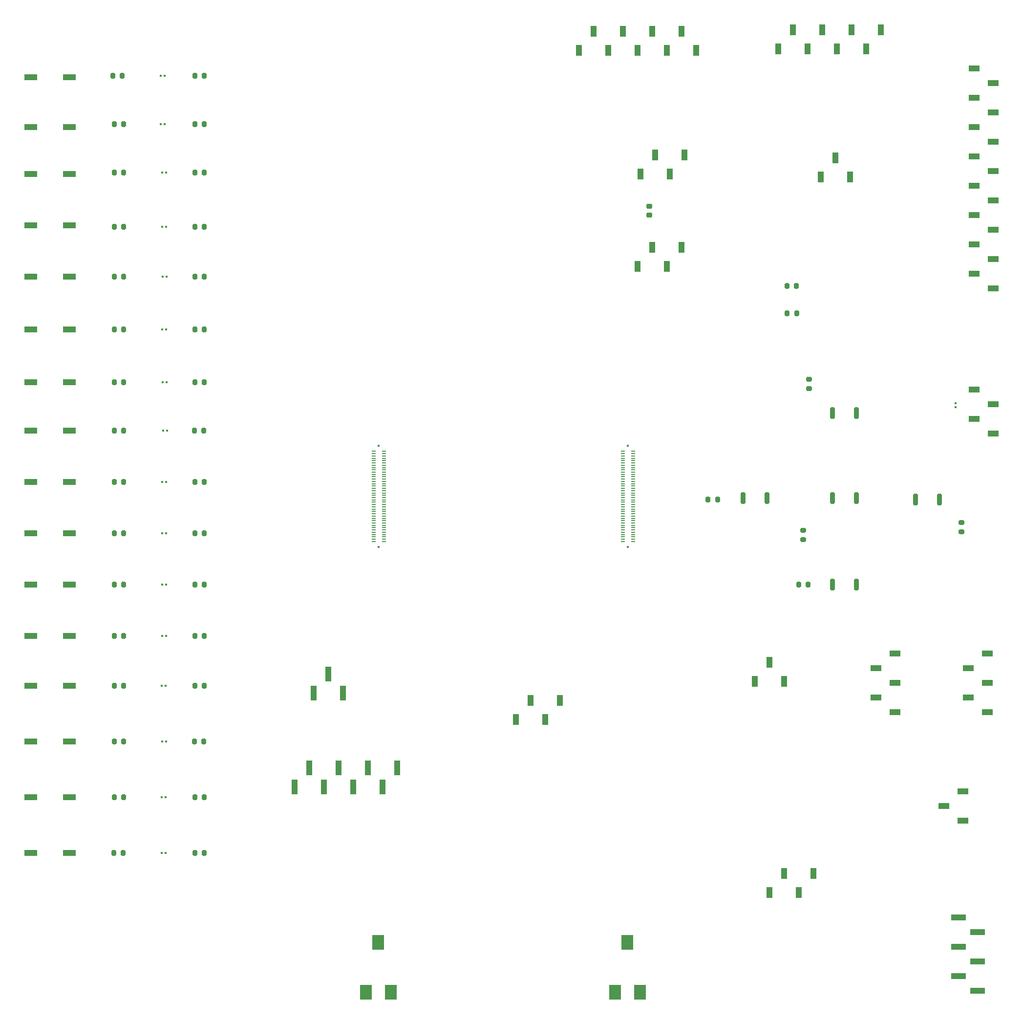
<source format=gbr>
%TF.GenerationSoftware,KiCad,Pcbnew,8.0.2*%
%TF.CreationDate,2025-02-12T15:49:00+05:00*%
%TF.ProjectId,kicad_pcb,6b696361-645f-4706-9362-2e6b69636164,rev?*%
%TF.SameCoordinates,Original*%
%TF.FileFunction,Paste,Top*%
%TF.FilePolarity,Positive*%
%FSLAX46Y46*%
G04 Gerber Fmt 4.6, Leading zero omitted, Abs format (unit mm)*
G04 Created by KiCad (PCBNEW 8.0.2) date 2025-02-12 15:49:00*
%MOMM*%
%LPD*%
G01*
G04 APERTURE LIST*
G04 Aperture macros list*
%AMRoundRect*
0 Rectangle with rounded corners*
0 $1 Rounding radius*
0 $2 $3 $4 $5 $6 $7 $8 $9 X,Y pos of 4 corners*
0 Add a 4 corners polygon primitive as box body*
4,1,4,$2,$3,$4,$5,$6,$7,$8,$9,$2,$3,0*
0 Add four circle primitives for the rounded corners*
1,1,$1+$1,$2,$3*
1,1,$1+$1,$4,$5*
1,1,$1+$1,$6,$7*
1,1,$1+$1,$8,$9*
0 Add four rect primitives between the rounded corners*
20,1,$1+$1,$2,$3,$4,$5,0*
20,1,$1+$1,$4,$5,$6,$7,0*
20,1,$1+$1,$6,$7,$8,$9,0*
20,1,$1+$1,$8,$9,$2,$3,0*%
G04 Aperture macros list end*
%ADD10RoundRect,0.200000X-0.200000X-0.275000X0.200000X-0.275000X0.200000X0.275000X-0.200000X0.275000X0*%
%ADD11R,1.000000X1.900000*%
%ADD12RoundRect,0.079500X-0.079500X-0.100500X0.079500X-0.100500X0.079500X0.100500X-0.079500X0.100500X0*%
%ADD13R,2.160000X1.120000*%
%ADD14RoundRect,0.200000X-0.200000X-0.800000X0.200000X-0.800000X0.200000X0.800000X-0.200000X0.800000X0*%
%ADD15RoundRect,0.200000X0.200000X0.275000X-0.200000X0.275000X-0.200000X-0.275000X0.200000X-0.275000X0*%
%ADD16RoundRect,0.200000X0.275000X-0.200000X0.275000X0.200000X-0.275000X0.200000X-0.275000X-0.200000X0*%
%ADD17R,2.000000X2.500000*%
%ADD18R,1.900000X1.000000*%
%ADD19RoundRect,0.200000X-0.275000X0.200000X-0.275000X-0.200000X0.275000X-0.200000X0.275000X0.200000X0*%
%ADD20RoundRect,0.079500X-0.100500X0.079500X-0.100500X-0.079500X0.100500X-0.079500X0.100500X0.079500X0*%
%ADD21R,0.660000X0.220000*%
%ADD22R,0.440000X0.350000*%
%ADD23R,1.000000X2.510000*%
%ADD24RoundRect,0.225000X-0.250000X0.225000X-0.250000X-0.225000X0.250000X-0.225000X0.250000X0.225000X0*%
%ADD25R,2.510000X1.000000*%
G04 APERTURE END LIST*
D10*
%TO.C,R46*%
X93663000Y-124206000D03*
X95313000Y-124206000D03*
%TD*%
%TO.C,R35*%
X93663000Y-43942000D03*
X95313000Y-43942000D03*
%TD*%
D11*
%TO.C,RFID1*%
X194818000Y-22478000D03*
X197358000Y-19178000D03*
X199898000Y-22478000D03*
X202438000Y-19178000D03*
X204978000Y-22478000D03*
X207518000Y-19178000D03*
X210058000Y-22478000D03*
X212598000Y-19178000D03*
%TD*%
%TO.C,PIEZO_VIBRATION_SENSOR1*%
X202184000Y-44704000D03*
X204724000Y-41404000D03*
X207264000Y-44704000D03*
%TD*%
D12*
%TO.C,LED_15*%
X87956000Y-152146000D03*
X88646000Y-152146000D03*
%TD*%
D13*
%TO.C,SW16*%
X65215000Y-161798000D03*
X71945000Y-161798000D03*
%TD*%
D14*
%TO.C,PUSH_BTN_5*%
X204148000Y-100330000D03*
X208348000Y-100330000D03*
%TD*%
D10*
%TO.C,R12*%
X196342000Y-68326000D03*
X197992000Y-68326000D03*
%TD*%
D12*
%TO.C,LED_5*%
X88113000Y-61976000D03*
X88803000Y-61976000D03*
%TD*%
D13*
%TO.C,SW13*%
X65215000Y-132842000D03*
X71945000Y-132842000D03*
%TD*%
D15*
%TO.C,R18*%
X81343000Y-80264000D03*
X79693000Y-80264000D03*
%TD*%
%TO.C,R26*%
X81343000Y-152146000D03*
X79693000Y-152146000D03*
%TD*%
D11*
%TO.C,ESP8266_BOT1*%
X178562000Y-40894000D03*
X176022000Y-44194000D03*
X173482000Y-40894000D03*
X170942000Y-44194000D03*
%TD*%
%TO.C,LORA_USED_PINS1*%
X160274000Y-22732000D03*
X162814000Y-19432000D03*
X165354000Y-22732000D03*
X167894000Y-19432000D03*
X170434000Y-22732000D03*
X172974000Y-19432000D03*
X175514000Y-22732000D03*
X178054000Y-19432000D03*
X180594000Y-22732000D03*
%TD*%
D15*
%TO.C,R16*%
X81343000Y-61976000D03*
X79693000Y-61976000D03*
%TD*%
%TO.C,R17*%
X81343000Y-71120000D03*
X79693000Y-71120000D03*
%TD*%
D13*
%TO.C,SW6*%
X65215000Y-71120000D03*
X71945000Y-71120000D03*
%TD*%
D16*
%TO.C,R30*%
X200152000Y-81343000D03*
X200152000Y-79693000D03*
%TD*%
D14*
%TO.C,PUSH_BTN_3*%
X204148000Y-85598000D03*
X208348000Y-85598000D03*
%TD*%
D12*
%TO.C,LED_12*%
X88047000Y-124206000D03*
X88737000Y-124206000D03*
%TD*%
D11*
%TO.C,PIR_MOTION_SENSOR1*%
X190754000Y-132080000D03*
X193294000Y-128780000D03*
X195834000Y-132080000D03*
%TD*%
D14*
%TO.C,PUSH_BTN_4*%
X204148000Y-115316000D03*
X208348000Y-115316000D03*
%TD*%
D17*
%TO.C,POT2*%
X170806000Y-185935000D03*
X168656000Y-177285000D03*
X166506000Y-185935000D03*
%TD*%
D12*
%TO.C,LED_9*%
X88047000Y-97536000D03*
X88737000Y-97536000D03*
%TD*%
D14*
%TO.C,PUSH_BTN_2*%
X218558000Y-100584000D03*
X222758000Y-100584000D03*
%TD*%
D18*
%TO.C,COLOR_SENSOR_DATA1*%
X215010000Y-137414000D03*
X211710000Y-134874000D03*
X215010000Y-132334000D03*
X211710000Y-129794000D03*
X215010000Y-127254000D03*
%TD*%
D13*
%TO.C,SW2*%
X65215000Y-36068000D03*
X71945000Y-36068000D03*
%TD*%
D15*
%TO.C,R22*%
X81343000Y-115316000D03*
X79693000Y-115316000D03*
%TD*%
D10*
%TO.C,R39*%
X93663000Y-61976000D03*
X95313000Y-61976000D03*
%TD*%
D19*
%TO.C,R32*%
X199136000Y-105855000D03*
X199136000Y-107505000D03*
%TD*%
D10*
%TO.C,R33*%
X93663000Y-27178000D03*
X95313000Y-27178000D03*
%TD*%
D20*
%TO.C,R37*%
X225552000Y-83892000D03*
X225552000Y-84582000D03*
%TD*%
D18*
%TO.C,BUZZER1*%
X226822000Y-156210000D03*
X223522000Y-153670000D03*
X226822000Y-151130000D03*
%TD*%
D10*
%TO.C,R50*%
X93663000Y-161798000D03*
X95313000Y-161798000D03*
%TD*%
%TO.C,R14*%
X196299000Y-63605000D03*
X197949000Y-63605000D03*
%TD*%
D21*
%TO.C,X_conns1*%
X124714000Y-92222000D03*
X126424000Y-92222000D03*
X124714000Y-92622000D03*
X126424000Y-92622000D03*
X124714000Y-93022000D03*
X126424000Y-93022000D03*
X124714000Y-93422000D03*
X126424000Y-93422000D03*
X124714000Y-93822000D03*
X126424000Y-93822000D03*
X124714000Y-94222000D03*
X126424000Y-94222000D03*
X124714000Y-94622000D03*
X126424000Y-94622000D03*
X124714000Y-95022000D03*
X126424000Y-95022000D03*
X124714000Y-95422000D03*
X126424000Y-95422000D03*
X124714000Y-95822000D03*
X126424000Y-95822000D03*
X124714000Y-96222000D03*
X126424000Y-96222000D03*
X124714000Y-96622000D03*
X126424000Y-96622000D03*
X124714000Y-97022000D03*
X126424000Y-97022000D03*
X124714000Y-97422000D03*
X126424000Y-97422000D03*
X124714000Y-97822000D03*
X126424000Y-97822000D03*
X124714000Y-98222000D03*
X126424000Y-98222000D03*
X124714000Y-98622000D03*
X126424000Y-98622000D03*
X124714000Y-99022000D03*
X126424000Y-99022000D03*
X124714000Y-99422000D03*
X126424000Y-99422000D03*
X124714000Y-99822000D03*
X126424000Y-99822000D03*
X124714000Y-100222000D03*
X126424000Y-100222000D03*
X124714000Y-100622000D03*
X126424000Y-100622000D03*
X124714000Y-101022000D03*
X126424000Y-101022000D03*
X124714000Y-101422000D03*
X126424000Y-101422000D03*
X124714000Y-101822000D03*
X126424000Y-101822000D03*
X124714000Y-102222000D03*
X126424000Y-102222000D03*
X124714000Y-102622000D03*
X126424000Y-102622000D03*
X124714000Y-103022000D03*
X126424000Y-103022000D03*
X124714000Y-103422000D03*
X126424000Y-103422000D03*
X124714000Y-103822000D03*
X126424000Y-103822000D03*
X124714000Y-104222000D03*
X126424000Y-104222000D03*
X124714000Y-104622000D03*
X126424000Y-104622000D03*
X124714000Y-105022000D03*
X126424000Y-105022000D03*
X124714000Y-105422000D03*
X126424000Y-105422000D03*
X124714000Y-105822000D03*
X126424000Y-105822000D03*
X124714000Y-106222000D03*
X126424000Y-106222000D03*
X124714000Y-106622000D03*
X126424000Y-106622000D03*
X124714000Y-107022000D03*
X126424000Y-107022000D03*
X124714000Y-107422000D03*
X126424000Y-107422000D03*
X124714000Y-107822000D03*
X126424000Y-107822000D03*
D22*
X125569000Y-91272000D03*
X125569000Y-108772000D03*
%TD*%
D15*
%TO.C,R31*%
X199961000Y-115316000D03*
X198311000Y-115316000D03*
%TD*%
D23*
%TO.C,MOISTURE_SENSOR1*%
X114300000Y-134120000D03*
X116840000Y-130810000D03*
X119380000Y-134120000D03*
%TD*%
D13*
%TO.C,SW5*%
X65215000Y-61976000D03*
X71945000Y-61976000D03*
%TD*%
D14*
%TO.C,PUSH_BTN_1*%
X188654000Y-100330000D03*
X192854000Y-100330000D03*
%TD*%
D10*
%TO.C,R38*%
X93663000Y-53340000D03*
X95313000Y-53340000D03*
%TD*%
D15*
%TO.C,R24*%
X81343000Y-132842000D03*
X79693000Y-132842000D03*
%TD*%
%TO.C,R21*%
X81343000Y-106426000D03*
X79693000Y-106426000D03*
%TD*%
D13*
%TO.C,SW15*%
X65215000Y-152146000D03*
X71945000Y-152146000D03*
%TD*%
D15*
%TO.C,R27*%
X81280000Y-161798000D03*
X79630000Y-161798000D03*
%TD*%
D24*
%TO.C,C5*%
X172466000Y-49771000D03*
X172466000Y-51321000D03*
%TD*%
D15*
%TO.C,R20*%
X81343000Y-97536000D03*
X79693000Y-97536000D03*
%TD*%
%TO.C,R28*%
X184276000Y-100584000D03*
X182626000Y-100584000D03*
%TD*%
D13*
%TO.C,SW11*%
X65215000Y-115316000D03*
X71945000Y-115316000D03*
%TD*%
D12*
%TO.C,LED_6*%
X87981000Y-71120000D03*
X88671000Y-71120000D03*
%TD*%
D13*
%TO.C,SW4*%
X65215000Y-53086000D03*
X71945000Y-53086000D03*
%TD*%
D18*
%TO.C,DHT22*%
X228728000Y-81534000D03*
X232028000Y-84074000D03*
X228728000Y-86614000D03*
X232028000Y-89154000D03*
%TD*%
D10*
%TO.C,R42*%
X93600000Y-88646000D03*
X95250000Y-88646000D03*
%TD*%
D19*
%TO.C,R29*%
X226568000Y-104522000D03*
X226568000Y-106172000D03*
%TD*%
D12*
%TO.C,LED_3*%
X87981000Y-43942000D03*
X88671000Y-43942000D03*
%TD*%
D13*
%TO.C,SW3*%
X65215000Y-44196000D03*
X71945000Y-44196000D03*
%TD*%
D15*
%TO.C,R25*%
X81343000Y-142494000D03*
X79693000Y-142494000D03*
%TD*%
D10*
%TO.C,R44*%
X93663000Y-106426000D03*
X95313000Y-106426000D03*
%TD*%
D12*
%TO.C,LED_1*%
X87793000Y-27178000D03*
X88483000Y-27178000D03*
%TD*%
D13*
%TO.C,SW9*%
X65215000Y-97536000D03*
X71945000Y-97536000D03*
%TD*%
%TO.C,SW10*%
X65215000Y-106426000D03*
X71945000Y-106426000D03*
%TD*%
D12*
%TO.C,LED_13*%
X87956000Y-132842000D03*
X88646000Y-132842000D03*
%TD*%
D15*
%TO.C,R15*%
X81343000Y-53340000D03*
X79693000Y-53340000D03*
%TD*%
D11*
%TO.C,MIC_MODULE1*%
X149352000Y-138684000D03*
X151892000Y-135384000D03*
X154432000Y-138684000D03*
X156972000Y-135384000D03*
%TD*%
%TO.C,ESP8266_TOP1*%
X178054000Y-56896000D03*
X175514000Y-60196000D03*
X172974000Y-56896000D03*
X170434000Y-60196000D03*
%TD*%
D15*
%TO.C,R3*%
X81343000Y-35560000D03*
X79693000Y-35560000D03*
%TD*%
%TO.C,R19*%
X81343000Y-88646000D03*
X79693000Y-88646000D03*
%TD*%
D10*
%TO.C,R40*%
X93663000Y-71120000D03*
X95313000Y-71120000D03*
%TD*%
D11*
%TO.C,OLED1*%
X193294000Y-168656000D03*
X195834000Y-165356000D03*
X198374000Y-168656000D03*
X200914000Y-165356000D03*
%TD*%
D10*
%TO.C,R43*%
X93663000Y-97536000D03*
X95313000Y-97536000D03*
%TD*%
D12*
%TO.C,LED_16*%
X87956000Y-161798000D03*
X88646000Y-161798000D03*
%TD*%
D10*
%TO.C,R49*%
X93663000Y-152146000D03*
X95313000Y-152146000D03*
%TD*%
%TO.C,R41*%
X93663000Y-80264000D03*
X95313000Y-80264000D03*
%TD*%
D17*
%TO.C,POT1*%
X127626000Y-185935000D03*
X125476000Y-177285000D03*
X123326000Y-185935000D03*
%TD*%
D15*
%TO.C,R1*%
X81089000Y-27178000D03*
X79439000Y-27178000D03*
%TD*%
%TO.C,R13*%
X81343000Y-43942000D03*
X79693000Y-43942000D03*
%TD*%
D10*
%TO.C,R47*%
X93663000Y-132842000D03*
X95313000Y-132842000D03*
%TD*%
D18*
%TO.C,COLOR_SENSOR_PWR1*%
X231012000Y-137414000D03*
X227712000Y-134874000D03*
X231012000Y-132334000D03*
X227712000Y-129794000D03*
X231012000Y-127254000D03*
%TD*%
D15*
%TO.C,R23*%
X81343000Y-124206000D03*
X79693000Y-124206000D03*
%TD*%
D25*
%TO.C,HC05_BLE1*%
X226052000Y-172974000D03*
X229362000Y-175514000D03*
X226052000Y-178054000D03*
X229362000Y-180594000D03*
X226052000Y-183134000D03*
X229362000Y-185674000D03*
%TD*%
D13*
%TO.C,SW8*%
X65215000Y-88646000D03*
X71945000Y-88646000D03*
%TD*%
D23*
%TO.C,KEYPAD1*%
X110998000Y-150376000D03*
X113538000Y-147066000D03*
X116078000Y-150376000D03*
X118618000Y-147066000D03*
X121158000Y-150376000D03*
X123698000Y-147066000D03*
X126238000Y-150376000D03*
X128778000Y-147066000D03*
%TD*%
D12*
%TO.C,LED_11*%
X88047000Y-115316000D03*
X88737000Y-115316000D03*
%TD*%
D10*
%TO.C,R34*%
X93663000Y-35560000D03*
X95313000Y-35560000D03*
%TD*%
D12*
%TO.C,LED_2*%
X87793000Y-35560000D03*
X88483000Y-35560000D03*
%TD*%
%TO.C,LED_7*%
X88119000Y-80264000D03*
X88809000Y-80264000D03*
%TD*%
%TO.C,LED_10*%
X88047000Y-106426000D03*
X88737000Y-106426000D03*
%TD*%
D21*
%TO.C,Y_conns1*%
X169604000Y-107822000D03*
X167894000Y-107822000D03*
X169604000Y-107422000D03*
X167894000Y-107422000D03*
X169604000Y-107022000D03*
X167894000Y-107022000D03*
X169604000Y-106622000D03*
X167894000Y-106622000D03*
X169604000Y-106222000D03*
X167894000Y-106222000D03*
X169604000Y-105822000D03*
X167894000Y-105822000D03*
X169604000Y-105422000D03*
X167894000Y-105422000D03*
X169604000Y-105022000D03*
X167894000Y-105022000D03*
X169604000Y-104622000D03*
X167894000Y-104622000D03*
X169604000Y-104222000D03*
X167894000Y-104222000D03*
X169604000Y-103822000D03*
X167894000Y-103822000D03*
X169604000Y-103422000D03*
X167894000Y-103422000D03*
X169604000Y-103022000D03*
X167894000Y-103022000D03*
X169604000Y-102622000D03*
X167894000Y-102622000D03*
X169604000Y-102222000D03*
X167894000Y-102222000D03*
X169604000Y-101822000D03*
X167894000Y-101822000D03*
X169604000Y-101422000D03*
X167894000Y-101422000D03*
X169604000Y-101022000D03*
X167894000Y-101022000D03*
X169604000Y-100622000D03*
X167894000Y-100622000D03*
X169604000Y-100222000D03*
X167894000Y-100222000D03*
X169604000Y-99822000D03*
X167894000Y-99822000D03*
X169604000Y-99422000D03*
X167894000Y-99422000D03*
X169604000Y-99022000D03*
X167894000Y-99022000D03*
X169604000Y-98622000D03*
X167894000Y-98622000D03*
X169604000Y-98222000D03*
X167894000Y-98222000D03*
X169604000Y-97822000D03*
X167894000Y-97822000D03*
X169604000Y-97422000D03*
X167894000Y-97422000D03*
X169604000Y-97022000D03*
X167894000Y-97022000D03*
X169604000Y-96622000D03*
X167894000Y-96622000D03*
X169604000Y-96222000D03*
X167894000Y-96222000D03*
X169604000Y-95822000D03*
X167894000Y-95822000D03*
X169604000Y-95422000D03*
X167894000Y-95422000D03*
X169604000Y-95022000D03*
X167894000Y-95022000D03*
X169604000Y-94622000D03*
X167894000Y-94622000D03*
X169604000Y-94222000D03*
X167894000Y-94222000D03*
X169604000Y-93822000D03*
X167894000Y-93822000D03*
X169604000Y-93422000D03*
X167894000Y-93422000D03*
X169604000Y-93022000D03*
X167894000Y-93022000D03*
X169604000Y-92622000D03*
X167894000Y-92622000D03*
X169604000Y-92222000D03*
X167894000Y-92222000D03*
D22*
X168749000Y-108772000D03*
X168749000Y-91272000D03*
%TD*%
D13*
%TO.C,SW12*%
X65215000Y-124206000D03*
X71945000Y-124206000D03*
%TD*%
%TO.C,SW1*%
X65215000Y-27432000D03*
X71945000Y-27432000D03*
%TD*%
%TO.C,SW7*%
X65215000Y-80264000D03*
X71945000Y-80264000D03*
%TD*%
D12*
%TO.C,LED_4*%
X88047000Y-53340000D03*
X88737000Y-53340000D03*
%TD*%
D10*
%TO.C,R45*%
X93663000Y-115316000D03*
X95313000Y-115316000D03*
%TD*%
D12*
%TO.C,LED_8*%
X88210000Y-88646000D03*
X88900000Y-88646000D03*
%TD*%
D10*
%TO.C,R48*%
X93600000Y-142494000D03*
X95250000Y-142494000D03*
%TD*%
D12*
%TO.C,LED_14*%
X87981000Y-142494000D03*
X88671000Y-142494000D03*
%TD*%
D18*
%TO.C,GPIOs1*%
X228728000Y-25908000D03*
X232028000Y-28448000D03*
X228728000Y-30988000D03*
X232028000Y-33528000D03*
X228728000Y-36068000D03*
X232028000Y-38608000D03*
X228728000Y-41148000D03*
X232028000Y-43688000D03*
X228728000Y-46228000D03*
X232028000Y-48768000D03*
X228728000Y-51308000D03*
X232028000Y-53848000D03*
X228728000Y-56388000D03*
X232028000Y-58928000D03*
X228728000Y-61468000D03*
X232028000Y-64008000D03*
%TD*%
D13*
%TO.C,SW14*%
X65215000Y-142494000D03*
X71945000Y-142494000D03*
%TD*%
M02*

</source>
